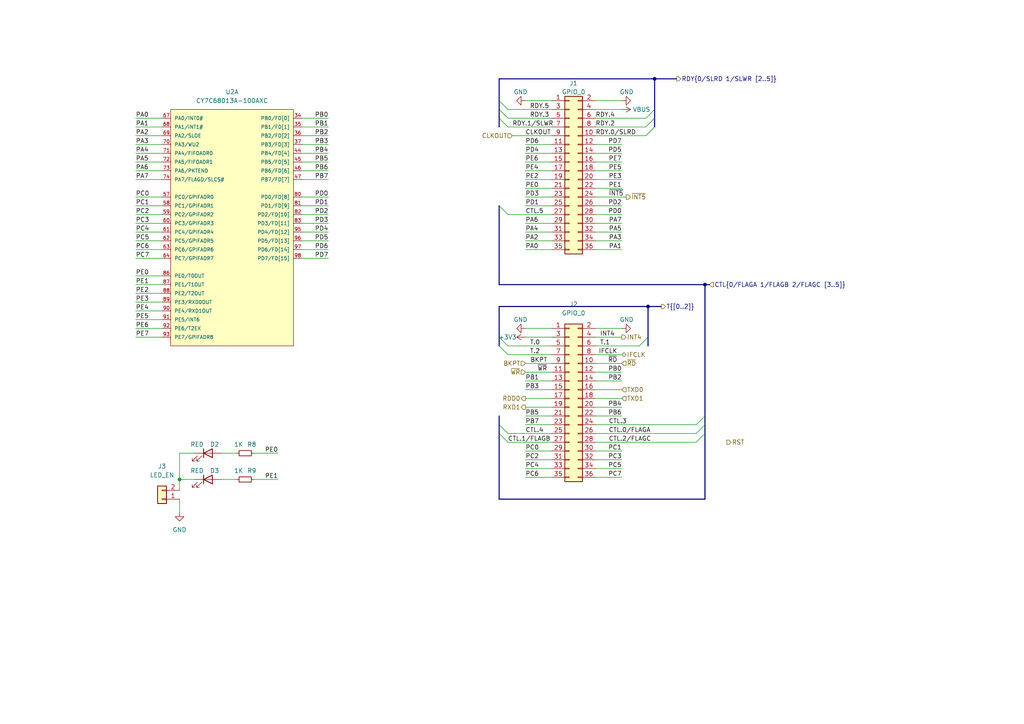
<source format=kicad_sch>
(kicad_sch (version 20211123) (generator eeschema)
  (paper "A4")
  (lib_symbols
    (symbol "CY7C68013A-100AXC:CY7C68013A-100AXC" (pin_names (offset 1.016))
      (property "Reference" "U" (at 0 5.08 0))
      (property "Value" "CY7C68013A-100AXC" (at 0 7.62 0))
      (symbol "CY7C68013A-100AXC_1_1"
        (rectangle (start 2.54 2.54) (end 38.1 -66.04) (fill (type background)))
        (pin bidirectional line (at 40.64 0 180) (length 2.54) (name "PB0/FD[0]") (number "34"))
        (pin bidirectional line (at 40.64 -2.54 180) (length 2.54) (name "PB1/FD[1]") (number "35"))
        (pin bidirectional line (at 40.64 -5.08 180) (length 2.54) (name "PB2/FD[2]") (number "36"))
        (pin bidirectional line (at 40.64 -7.62 180) (length 2.54) (name "PB3/FD[3]") (number "37"))
        (pin bidirectional line (at 40.64 -10.16 180) (length 2.54) (name "PB4/FD[4]") (number "44"))
        (pin bidirectional line (at 40.64 -12.7 180) (length 2.54) (name "PB5/FD[5]") (number "45"))
        (pin bidirectional line (at 40.64 -15.24 180) (length 2.54) (name "PB6/FD[6]") (number "46"))
        (pin bidirectional line (at 40.64 -17.78 180) (length 2.54) (name "PB7/FD[7]") (number "47"))
        (pin bidirectional line (at 0 -22.86 0) (length 2.54) (name "PC0/GPIFADR0") (number "57"))
        (pin bidirectional line (at 0 -25.4 0) (length 2.54) (name "PC1/GPIFADR1") (number "58"))
        (pin bidirectional line (at 0 -27.94 0) (length 2.54) (name "PC2/GPIFADR2") (number "59"))
        (pin bidirectional line (at 0 -30.48 0) (length 2.54) (name "PC3/GPIFADR3") (number "60"))
        (pin bidirectional line (at 0 -33.02 0) (length 2.54) (name "PC4/GPIFADR4") (number "61"))
        (pin bidirectional line (at 0 -35.56 0) (length 2.54) (name "PC5/GPIFADR5") (number "62"))
        (pin bidirectional line (at 0 -38.1 0) (length 2.54) (name "PC6/GPIFADR6") (number "63"))
        (pin bidirectional line (at 0 -40.64 0) (length 2.54) (name "PC7/GPIFADR7") (number "64"))
        (pin bidirectional line (at 0 0 0) (length 2.54) (name "PA0/INT0#") (number "67"))
        (pin bidirectional line (at 0 -2.54 0) (length 2.54) (name "PA1/INT1#") (number "68"))
        (pin bidirectional line (at 0 -5.08 0) (length 2.54) (name "PA2/SLOE") (number "69"))
        (pin bidirectional line (at 0 -7.62 0) (length 2.54) (name "PA3/WU2") (number "70"))
        (pin bidirectional line (at 0 -10.16 0) (length 2.54) (name "PA4/FIFOADR0") (number "71"))
        (pin bidirectional line (at 0 -12.7 0) (length 2.54) (name "PA5/FIFOADR1") (number "72"))
        (pin bidirectional line (at 0 -15.24 0) (length 2.54) (name "PA6/PKTEND") (number "73"))
        (pin bidirectional line (at 0 -17.78 0) (length 2.54) (name "PA7/FLAGD/SLCS#") (number "74"))
        (pin bidirectional line (at 40.64 -22.86 180) (length 2.54) (name "PD0/FD[8]") (number "80"))
        (pin bidirectional line (at 40.64 -25.4 180) (length 2.54) (name "PD1/FD[9]") (number "81"))
        (pin bidirectional line (at 40.64 -27.94 180) (length 2.54) (name "PD2/FD[10]") (number "82"))
        (pin bidirectional line (at 40.64 -30.48 180) (length 2.54) (name "PD3/FD[11]") (number "83"))
        (pin bidirectional line (at 0 -45.72 0) (length 2.54) (name "PE0/T0OUT") (number "86"))
        (pin bidirectional line (at 0 -48.26 0) (length 2.54) (name "PE1/T1OUT") (number "87"))
        (pin bidirectional line (at 0 -50.8 0) (length 2.54) (name "PE2/T2OUT") (number "88"))
        (pin bidirectional line (at 0 -53.34 0) (length 2.54) (name "PE3/RXD0OUT") (number "89"))
        (pin bidirectional line (at 0 -55.88 0) (length 2.54) (name "PE4/RXD1OUT") (number "90"))
        (pin bidirectional line (at 0 -58.42 0) (length 2.54) (name "PE5/INT6") (number "91"))
        (pin bidirectional line (at 0 -60.96 0) (length 2.54) (name "PE6/T2EX") (number "92"))
        (pin bidirectional line (at 0 -63.5 0) (length 2.54) (name "PE7/GPIFADR8") (number "93"))
        (pin bidirectional line (at 40.64 -33.02 180) (length 2.54) (name "PD4/FD[12]") (number "95"))
        (pin bidirectional line (at 40.64 -35.56 180) (length 2.54) (name "PD5/FD[13]") (number "96"))
        (pin bidirectional line (at 40.64 -38.1 180) (length 2.54) (name "PD6/FD[14]") (number "97"))
        (pin bidirectional line (at 40.64 -40.64 180) (length 2.54) (name "PD7/FD[15]") (number "98"))
      )
      (symbol "CY7C68013A-100AXC_2_1"
        (rectangle (start 2.54 2.54) (end 27.94 -71.12) (fill (type background)))
        (pin passive line (at 0 -12.7 0) (length 2.54) (name "XTALOUT") (number "10"))
        (pin unspecified line (at 0 -17.78 0) (length 2.54) (name "CLKOUT") (number "100"))
        (pin input clock (at 0 -7.62 0) (length 2.54) (name "XTALIN") (number "11"))
        (pin passive line (at 30.48 -45.72 180) (length 2.54) (name "NC") (number "13"))
        (pin passive line (at 30.48 -48.26 180) (length 2.54) (name "NC") (number "14"))
        (pin passive line (at 30.48 -50.8 180) (length 2.54) (name "NC") (number "15"))
        (pin bidirectional line (at 30.48 -2.54 180) (length 2.54) (name "DPLUS") (number "17"))
        (pin bidirectional line (at 30.48 0 180) (length 2.54) (name "DMINUS") (number "18"))
        (pin input line (at 30.48 -22.86 180) (length 2.54) (name "INT4") (number "22"))
        (pin input line (at 30.48 -30.48 180) (length 2.54) (name "T0") (number "23"))
        (pin input line (at 30.48 -33.02 180) (length 2.54) (name "T1") (number "24"))
        (pin input line (at 30.48 -35.56 180) (length 2.54) (name "T2") (number "25"))
        (pin bidirectional line (at 0 -22.86 0) (length 2.54) (name "IFCLK") (number "26"))
        (pin output line (at 30.48 -68.58 180) (length 2.54) (name "BKPT") (number "28"))
        (pin bidirectional clock (at 0 0 0) (length 2.54) (name "SCL") (number "29"))
        (pin input line (at 0 -38.1 0) (length 2.54) (name "RDY0/SLRD") (number "3"))
        (pin bidirectional line (at 0 -2.54 0) (length 2.54) (name "SDA") (number "30"))
        (pin output line (at 30.48 -60.96 180) (length 2.54) (name "RD#") (number "31"))
        (pin output line (at 30.48 -63.5 180) (length 2.54) (name "WR#") (number "32"))
        (pin input line (at 0 -40.64 0) (length 2.54) (name "RDY1/SLWR") (number "4"))
        (pin output line (at 30.48 -7.62 180) (length 2.54) (name "TXD0") (number "40"))
        (pin input line (at 30.48 -10.16 180) (length 2.54) (name "RXD0") (number "41"))
        (pin output line (at 30.48 -15.24 180) (length 2.54) (name "TXD1") (number "42"))
        (pin input line (at 30.48 -17.78 180) (length 2.54) (name "RXD1") (number "43"))
        (pin input line (at 0 -43.18 0) (length 2.54) (name "RDY2") (number "5"))
        (pin output line (at 0 -63.5 0) (length 2.54) (name "CTL3") (number "51"))
        (pin output line (at 0 -66.04 0) (length 2.54) (name "CTL4") (number "52"))
        (pin unspecified line (at 0 -55.88 0) (length 2.54) (name "CTL0/FLAGA") (number "54"))
        (pin unspecified line (at 0 -58.42 0) (length 2.54) (name "CTL1/FLAGB") (number "55"))
        (pin unspecified line (at 0 -60.96 0) (length 2.54) (name "CTL2/FLAGC") (number "56"))
        (pin input line (at 0 -45.72 0) (length 2.54) (name "RDY3") (number "6"))
        (pin input line (at 0 -48.26 0) (length 2.54) (name "RDY4") (number "7"))
        (pin output line (at 0 -68.58 0) (length 2.54) (name "CTL5") (number "76"))
        (pin input line (at 0 -33.02 0) (length 2.54) (name "RESET#") (number "77"))
        (pin input line (at 0 -27.94 0) (length 2.54) (name "WAKEUP") (number "79"))
        (pin input line (at 0 -50.8 0) (length 2.54) (name "RDY5") (number "8"))
        (pin input line (at 30.48 -25.4 180) (length 2.54) (name "INT5#") (number "84"))
      )
      (symbol "CY7C68013A-100AXC_3_1"
        (rectangle (start 2.54 2.54) (end 22.86 -30.48) (fill (type background)))
        (pin power_in line (at 0 -7.62 0) (length 2.54) (name "VCC") (number "1"))
        (pin power_in line (at 25.4 0 180) (length 2.54) (name "AGND") (number "12"))
        (pin power_in line (at 0 -2.54 0) (length 2.54) (name "AVCC") (number "16"))
        (pin power_in line (at 25.4 -2.54 180) (length 2.54) (name "AGND") (number "19"))
        (pin power_in line (at 25.4 -7.62 180) (length 2.54) (name "GND") (number "2"))
        (pin power_in line (at 0 -10.16 0) (length 2.54) (name "VCC") (number "20"))
        (pin power_in line (at 25.4 -10.16 180) (length 2.54) (name "GND") (number "21"))
        (pin power_in line (at 25.4 -5.08 180) (length 2.54) (name "RESERVED") (number "27"))
        (pin power_in line (at 0 -12.7 0) (length 2.54) (name "VCC") (number "33"))
        (pin power_in line (at 0 -15.24 0) (length 2.54) (name "VCC") (number "38"))
        (pin power_in line (at 25.4 -12.7 180) (length 2.54) (name "GND") (number "39"))
        (pin power_in line (at 25.4 -15.24 180) (length 2.54) (name "GND") (number "48"))
        (pin power_in line (at 0 -17.78 0) (length 2.54) (name "VCC") (number "49"))
        (pin power_in line (at 25.4 -17.78 180) (length 2.54) (name "GND") (number "50"))
        (pin power_in line (at 0 -20.32 0) (length 2.54) (name "VCC") (number "53"))
        (pin power_in line (at 25.4 -20.32 180) (length 2.54) (name "GND") (number "65"))
        (pin power_in line (at 0 -22.86 0) (length 2.54) (name "VCC") (number "66"))
        (pin power_in line (at 25.4 -22.86 180) (length 2.54) (name "GND") (number "75"))
        (pin power_in line (at 0 -25.4 0) (length 2.54) (name "VCC") (number "78"))
        (pin power_in line (at 0 -27.94 0) (length 2.54) (name "VCC") (number "85"))
        (pin power_in line (at 0 0 0) (length 2.54) (name "AVCC") (number "9"))
        (pin power_in line (at 25.4 -25.4 180) (length 2.54) (name "GND") (number "94"))
        (pin power_in line (at 25.4 -27.94 180) (length 2.54) (name "GND") (number "99"))
      )
    )
    (symbol "Connector_Generic:Conn_01x02" (pin_names (offset 1.016) hide)
      (property "Reference" "J" (at 0 2.54 0))
      (property "Value" "Conn_01x02" (at 0 -5.08 0))
      (symbol "Conn_01x02_1_1"
        (rectangle (start -1.27 -2.413) (end 0 -2.667) (stroke (width 0.1524)))
        (rectangle (start -1.27 0.127) (end 0 -0.127) (stroke (width 0.1524)))
        (rectangle (start -1.27 1.27) (end 1.27 -3.81) (stroke (width 0.254)) (fill (type background)))
        (pin passive line (at -5.08 0 0) (length 3.81) (name "Pin_1") (number "1"))
        (pin passive line (at -5.08 -2.54 0) (length 3.81) (name "Pin_2") (number "2"))
      )
    )
    (symbol "Connector_Generic:Conn_02x18_Odd_Even" (pin_names (offset 1.016) hide)
      (property "Reference" "J" (at 1.27 22.86 0))
      (property "Value" "Conn_02x18_Odd_Even" (at 1.27 -25.4 0))
      (symbol "Conn_02x18_Odd_Even_1_1"
        (rectangle (start -1.27 -22.733) (end 0 -22.987) (stroke (width 0.1524)))
        (rectangle (start -1.27 -20.193) (end 0 -20.447) (stroke (width 0.1524)))
        (rectangle (start -1.27 -17.653) (end 0 -17.907) (stroke (width 0.1524)))
        (rectangle (start -1.27 -15.113) (end 0 -15.367) (stroke (width 0.1524)))
        (rectangle (start -1.27 -12.573) (end 0 -12.827) (stroke (width 0.1524)))
        (rectangle (start -1.27 -10.033) (end 0 -10.287) (stroke (width 0.1524)))
        (rectangle (start -1.27 -7.493) (end 0 -7.747) (stroke (width 0.1524)))
        (rectangle (start -1.27 -4.953) (end 0 -5.207) (stroke (width 0.1524)))
        (rectangle (start -1.27 -2.413) (end 0 -2.667) (stroke (width 0.1524)))
        (rectangle (start -1.27 0.127) (end 0 -0.127) (stroke (width 0.1524)))
        (rectangle (start -1.27 2.667) (end 0 2.413) (stroke (width 0.1524)))
        (rectangle (start -1.27 5.207) (end 0 4.953) (stroke (width 0.1524)))
        (rectangle (start -1.27 7.747) (end 0 7.493) (stroke (width 0.1524)))
        (rectangle (start -1.27 10.287) (end 0 10.033) (stroke (width 0.1524)))
        (rectangle (start -1.27 12.827) (end 0 12.573) (stroke (width 0.1524)))
        (rectangle (start -1.27 15.367) (end 0 15.113) (stroke (width 0.1524)))
        (rectangle (start -1.27 17.907) (end 0 17.653) (stroke (width 0.1524)))
        (rectangle (start -1.27 20.447) (end 0 20.193) (stroke (width 0.1524)))
        (rectangle (start -1.27 21.59) (end 3.81 -24.13) (stroke (width 0.254)) (fill (type background)))
        (rectangle (start 3.81 -22.733) (end 2.54 -22.987) (stroke (width 0.1524)))
        (rectangle (start 3.81 -20.193) (end 2.54 -20.447) (stroke (width 0.1524)))
        (rectangle (start 3.81 -17.653) (end 2.54 -17.907) (stroke (width 0.1524)))
        (rectangle (start 3.81 -15.113) (end 2.54 -15.367) (stroke (width 0.1524)))
        (rectangle (start 3.81 -12.573) (end 2.54 -12.827) (stroke (width 0.1524)))
        (rectangle (start 3.81 -10.033) (end 2.54 -10.287) (stroke (width 0.1524)))
        (rectangle (start 3.81 -7.493) (end 2.54 -7.747) (stroke (width 0.1524)))
        (rectangle (start 3.81 -4.953) (end 2.54 -5.207) (stroke (width 0.1524)))
        (rectangle (start 3.81 -2.413) (end 2.54 -2.667) (stroke (width 0.1524)))
        (rectangle (start 3.81 0.127) (end 2.54 -0.127) (stroke (width 0.1524)))
        (rectangle (start 3.81 2.667) (end 2.54 2.413) (stroke (width 0.1524)))
        (rectangle (start 3.81 5.207) (end 2.54 4.953) (stroke (width 0.1524)))
        (rectangle (start 3.81 7.747) (end 2.54 7.493) (stroke (width 0.1524)))
        (rectangle (start 3.81 10.287) (end 2.54 10.033) (stroke (width 0.1524)))
        (rectangle (start 3.81 12.827) (end 2.54 12.573) (stroke (width 0.1524)))
        (rectangle (start 3.81 15.367) (end 2.54 15.113) (stroke (width 0.1524)))
        (rectangle (start 3.81 17.907) (end 2.54 17.653) (stroke (width 0.1524)))
        (rectangle (start 3.81 20.447) (end 2.54 20.193) (stroke (width 0.1524)))
        (pin passive line (at -5.08 20.32 0) (length 3.81) (name "Pin_1") (number "1"))
        (pin passive line (at 7.62 10.16 180) (length 3.81) (name "Pin_10") (number "10"))
        (pin passive line (at -5.08 7.62 0) (length 3.81) (name "Pin_11") (number "11"))
        (pin passive line (at 7.62 7.62 180) (length 3.81) (name "Pin_12") (number "12"))
        (pin passive line (at -5.08 5.08 0) (length 3.81) (name "Pin_13") (number "13"))
        (pin passive line (at 7.62 5.08 180) (length 3.81) (name "Pin_14") (number "14"))
        (pin passive line (at -5.08 2.54 0) (length 3.81) (name "Pin_15") (number "15"))
        (pin passive line (at 7.62 2.54 180) (length 3.81) (name "Pin_16") (number "16"))
        (pin passive line (at -5.08 0 0) (length 3.81) (name "Pin_17") (number "17"))
        (pin passive line (at 7.62 0 180) (length 3.81) (name "Pin_18") (number "18"))
        (pin passive line (at -5.08 -2.54 0) (length 3.81) (name "Pin_19") (number "19"))
        (pin passive line (at 7.62 20.32 180) (length 3.81) (name "Pin_2") (number "2"))
        (pin passive line (at 7.62 -2.54 180) (length 3.81) (name "Pin_20") (number "20"))
        (pin passive line (at -5.08 -5.08 0) (length 3.81) (name "Pin_21") (number "21"))
        (pin passive line (at 7.62 -5.08 180) (length 3.81) (name "Pin_22") (number "22"))
        (pin passive line (at -5.08 -7.62 0) (length 3.81) (name "Pin_23") (number "23"))
        (pin passive line (at 7.62 -7.62 180) (length 3.81) (name "Pin_24") (number "24"))
        (pin passive line (at -5.08 -10.16 0) (length 3.81) (name "Pin_25") (number "25"))
        (pin passive line (at 7.62 -10.16 180) (length 3.81) (name "Pin_26") (number "26"))
        (pin passive line (at -5.08 -12.7 0) (length 3.81) (name "Pin_27") (number "27"))
        (pin passive line (at 7.62 -12.7 180) (length 3.81) (name "Pin_28") (number "28"))
        (pin passive line (at -5.08 -15.24 0) (length 3.81) (name "Pin_29") (number "29"))
        (pin passive line (at -5.08 17.78 0) (length 3.81) (name "Pin_3") (number "3"))
        (pin passive line (at 7.62 -15.24 180) (length 3.81) (name "Pin_30") (number "30"))
        (pin passive line (at -5.08 -17.78 0) (length 3.81) (name "Pin_31") (number "31"))
        (pin passive line (at 7.62 -17.78 180) (length 3.81) (name "Pin_32") (number "32"))
        (pin passive line (at -5.08 -20.32 0) (length 3.81) (name "Pin_33") (number "33"))
        (pin passive line (at 7.62 -20.32 180) (length 3.81) (name "Pin_34") (number "34"))
        (pin passive line (at -5.08 -22.86 0) (length 3.81) (name "Pin_35") (number "35"))
        (pin passive line (at 7.62 -22.86 180) (length 3.81) (name "Pin_36") (number "36"))
        (pin passive line (at 7.62 17.78 180) (length 3.81) (name "Pin_4") (number "4"))
        (pin passive line (at -5.08 15.24 0) (length 3.81) (name "Pin_5") (number "5"))
        (pin passive line (at 7.62 15.24 180) (length 3.81) (name "Pin_6") (number "6"))
        (pin passive line (at -5.08 12.7 0) (length 3.81) (name "Pin_7") (number "7"))
        (pin passive line (at 7.62 12.7 180) (length 3.81) (name "Pin_8") (number "8"))
        (pin passive line (at -5.08 10.16 0) (length 3.81) (name "Pin_9") (number "9"))
      )
    )
    (symbol "Device:LED" (pin_numbers hide) (pin_names (offset 1.016) hide)
      (property "Reference" "D" (at 0 2.54 0))
      (property "Value" "LED" (at 0 -2.54 0))
      (symbol "LED_0_1"
        (polyline (pts (xy -1.27 -1.27) (xy -1.27 1.27)) (stroke (width 0.254)))
        (polyline (pts (xy -1.27 0) (xy 1.27 0)))
        (polyline (pts (xy 1.27 -1.27) (xy 1.27 1.27) (xy -1.27 0) (xy 1.27 -1.27)) (stroke (width 0.254)))
        (polyline (pts (xy -3.048 -0.762) (xy -4.572 -2.286) (xy -3.81 -2.286) (xy -4.572 -2.286) (xy -4.572 -1.524)))
        (polyline (pts (xy -1.778 -0.762) (xy -3.302 -2.286) (xy -2.54 -2.286) (xy -3.302 -2.286) (xy -3.302 -1.524)))
      )
      (symbol "LED_1_1"
        (pin passive line (at -3.81 0 0) (length 2.54) (name "K") (number "1"))
        (pin passive line (at 3.81 0 180) (length 2.54) (name "A") (number "2"))
      )
    )
    (symbol "Device:R_Small" (pin_numbers hide) (pin_names (offset 0.254) hide)
      (property "Reference" "R" (at 0.762 0.508 0))
      (property "Value" "R_Small" (at 0.762 -1.016 0))
      (symbol "R_Small_0_1"
        (rectangle (start -0.762 1.778) (end 0.762 -1.778) (stroke (width 0.2032)))
      )
      (symbol "R_Small_1_1"
        (pin passive line (at 0 2.54 270) (length 0.762) (name "~") (number "1"))
        (pin passive line (at 0 -2.54 90) (length 0.762) (name "~") (number "2"))
      )
    )
    (symbol "power:+3V3" (power) (pin_names (offset 0))
      (property "Value" "+3V3" (at 0 3.556 0))
      (symbol "+3V3_0_1"
        (polyline (pts (xy -0.762 1.27) (xy 0 2.54)))
        (polyline (pts (xy 0 0) (xy 0 2.54)))
        (polyline (pts (xy 0 2.54) (xy 0.762 1.27)))
      )
      (symbol "+3V3_1_1"
        (pin power_in line (at 0 0 90) (length 0) hide (name "+3V3") (number "1"))
      )
    )
    (symbol "power:GND" (power) (pin_names (offset 0))
      (property "Value" "GND" (at 0 -3.81 0))
      (symbol "GND_0_1"
        (polyline (pts (xy 0 0) (xy 0 -1.27) (xy 1.27 -1.27) (xy 0 -2.54) (xy -1.27 -1.27) (xy 0 -1.27)))
      )
      (symbol "GND_1_1"
        (pin power_in line (at 0 0 270) (length 0) hide (name "GND") (number "1"))
      )
    )
    (symbol "power:VBUS" (power) (pin_names (offset 0))
      (property "Value" "VBUS" (at 0 3.81 0))
      (symbol "VBUS_0_1"
        (polyline (pts (xy -0.762 1.27) (xy 0 2.54)))
        (polyline (pts (xy 0 0) (xy 0 2.54)))
        (polyline (pts (xy 0 2.54) (xy 0.762 1.27)))
      )
      (symbol "VBUS_1_1"
        (pin power_in line (at 0 0 90) (length 0) hide (name "VBUS") (number "1"))
      )
    )
  )
  (junction (at 204.47 82.55))
  (junction (at 189.865 22.86))
  (junction (at 187.96 88.9))
  (junction (at 52.07 139.065))
  (bus_entry (at 144.78 59.69) (size 2.54 2.54))
  (bus_entry (at 144.78 29.21) (size 2.54 2.54))
  (bus_entry (at 144.78 34.29) (size 2.54 2.54))
  (bus_entry (at 144.78 31.75) (size 2.54 2.54))
  (bus_entry (at 189.865 34.29) (size -2.54 2.54))
  (bus_entry (at 189.865 36.83) (size -2.54 2.54))
  (bus_entry (at 144.78 100.33) (size 2.54 2.54))
  (bus_entry (at 204.47 125.73) (size -2.54 2.54))
  (bus_entry (at 144.78 125.73) (size 2.54 2.54))
  (bus_entry (at 144.78 97.79) (size 2.54 2.54))
  (bus_entry (at 144.78 123.19) (size 2.54 2.54))
  (bus_entry (at 189.865 31.75) (size -2.54 2.54))
  (bus_entry (at 187.96 97.79) (size -2.54 2.54))
  (bus_entry (at 204.47 120.65) (size -2.54 2.54))
  (bus_entry (at 204.47 123.19) (size -2.54 2.54))
  (wire (pts (xy 172.72 100.33) (xy 185.42 100.33)))
  (bus (pts (xy 189.865 22.86) (xy 189.865 31.75)))
  (wire (pts (xy 39.37 74.93) (xy 46.99 74.93)))
  (wire (pts (xy 147.32 102.87) (xy 160.02 102.87)))
  (wire (pts (xy 39.37 39.37) (xy 46.99 39.37)))
  (wire (pts (xy 148.59 39.37) (xy 160.02 39.37)))
  (wire (pts (xy 39.37 34.29) (xy 46.99 34.29)))
  (wire (pts (xy 152.4 52.07) (xy 160.02 52.07)))
  (bus (pts (xy 204.47 125.73) (xy 204.47 144.78)))
  (wire (pts (xy 172.72 113.03) (xy 180.34 113.03)))
  (wire (pts (xy 87.63 57.15) (xy 95.25 57.15)))
  (wire (pts (xy 172.72 125.73) (xy 201.93 125.73)))
  (bus (pts (xy 144.78 31.75) (xy 144.78 29.21)))
  (wire (pts (xy 147.32 100.33) (xy 160.02 100.33)))
  (bus (pts (xy 187.96 88.9) (xy 144.78 88.9)))
  (wire (pts (xy 39.37 49.53) (xy 46.99 49.53)))
  (wire (pts (xy 39.37 82.55) (xy 46.99 82.55)))
  (wire (pts (xy 87.63 49.53) (xy 95.25 49.53)))
  (wire (pts (xy 180.34 49.53) (xy 172.72 49.53)))
  (wire (pts (xy 172.72 107.95) (xy 180.34 107.95)))
  (wire (pts (xy 87.63 67.31) (xy 95.25 67.31)))
  (wire (pts (xy 152.4 54.61) (xy 160.02 54.61)))
  (bus (pts (xy 144.78 125.73) (xy 144.78 144.78)))
  (bus (pts (xy 187.96 88.9) (xy 187.96 97.79)))
  (wire (pts (xy 87.63 74.93) (xy 95.25 74.93)))
  (wire (pts (xy 152.4 67.31) (xy 160.02 67.31)))
  (bus (pts (xy 204.47 82.55) (xy 204.47 120.65)))
  (wire (pts (xy 87.63 36.83) (xy 95.25 36.83)))
  (wire (pts (xy 180.34 69.85) (xy 172.72 69.85)))
  (wire (pts (xy 39.37 67.31) (xy 46.99 67.31)))
  (wire (pts (xy 73.66 131.445) (xy 80.645 131.445)))
  (wire (pts (xy 160.02 110.49) (xy 152.4 110.49)))
  (wire (pts (xy 39.37 92.71) (xy 46.99 92.71)))
  (wire (pts (xy 87.63 39.37) (xy 95.25 39.37)))
  (wire (pts (xy 172.72 102.87) (xy 180.34 102.87)))
  (wire (pts (xy 180.34 46.99) (xy 172.72 46.99)))
  (wire (pts (xy 39.37 52.07) (xy 46.99 52.07)))
  (wire (pts (xy 39.37 80.01) (xy 46.99 80.01)))
  (wire (pts (xy 172.72 120.65) (xy 180.34 120.65)))
  (wire (pts (xy 180.34 105.41) (xy 172.72 105.41)))
  (wire (pts (xy 152.4 138.43) (xy 160.02 138.43)))
  (wire (pts (xy 180.34 133.35) (xy 172.72 133.35)))
  (wire (pts (xy 87.63 69.85) (xy 95.25 69.85)))
  (bus (pts (xy 144.78 59.69) (xy 144.78 82.55)))
  (wire (pts (xy 39.37 36.83) (xy 46.99 36.83)))
  (wire (pts (xy 180.34 67.31) (xy 172.72 67.31)))
  (wire (pts (xy 152.4 72.39) (xy 160.02 72.39)))
  (wire (pts (xy 180.34 72.39) (xy 172.72 72.39)))
  (wire (pts (xy 147.32 36.83) (xy 160.02 36.83)))
  (wire (pts (xy 160.02 123.19) (xy 152.4 123.19)))
  (wire (pts (xy 180.34 138.43) (xy 172.72 138.43)))
  (wire (pts (xy 152.4 118.11) (xy 160.02 118.11)))
  (bus (pts (xy 144.78 88.9) (xy 144.78 97.79)))
  (wire (pts (xy 172.72 62.23) (xy 180.34 62.23)))
  (wire (pts (xy 39.37 90.17) (xy 46.99 90.17)))
  (wire (pts (xy 172.72 128.27) (xy 201.93 128.27)))
  (bus (pts (xy 204.47 144.78) (xy 144.78 144.78)))
  (bus (pts (xy 144.78 34.29) (xy 144.78 31.75)))
  (wire (pts (xy 172.72 41.91) (xy 180.34 41.91)))
  (bus (pts (xy 144.78 97.79) (xy 144.78 100.33)))
  (bus (pts (xy 144.78 120.65) (xy 144.78 123.19)))
  (wire (pts (xy 172.72 123.19) (xy 201.93 123.19)))
  (wire (pts (xy 160.02 57.15) (xy 152.4 57.15)))
  (wire (pts (xy 152.4 97.79) (xy 160.02 97.79)))
  (bus (pts (xy 144.78 22.86) (xy 189.865 22.86)))
  (wire (pts (xy 180.34 95.25) (xy 172.72 95.25)))
  (wire (pts (xy 160.02 107.95) (xy 152.4 107.95)))
  (bus (pts (xy 204.47 120.65) (xy 204.47 123.19)))
  (wire (pts (xy 172.72 57.15) (xy 181.61 57.15)))
  (wire (pts (xy 52.07 139.065) (xy 52.07 142.24)))
  (wire (pts (xy 39.37 97.79) (xy 46.99 97.79)))
  (wire (pts (xy 39.37 59.69) (xy 46.99 59.69)))
  (wire (pts (xy 152.4 64.77) (xy 160.02 64.77)))
  (wire (pts (xy 52.07 144.78) (xy 52.07 148.59)))
  (wire (pts (xy 152.4 95.25) (xy 160.02 95.25)))
  (wire (pts (xy 180.34 130.81) (xy 172.72 130.81)))
  (wire (pts (xy 39.37 69.85) (xy 46.99 69.85)))
  (wire (pts (xy 172.72 31.75) (xy 180.34 31.75)))
  (bus (pts (xy 187.96 97.79) (xy 187.96 100.33)))
  (wire (pts (xy 160.02 120.65) (xy 152.4 120.65)))
  (bus (pts (xy 191.77 88.9) (xy 187.96 88.9)))
  (wire (pts (xy 172.72 29.21) (xy 180.34 29.21)))
  (wire (pts (xy 87.63 62.23) (xy 95.25 62.23)))
  (wire (pts (xy 39.37 44.45) (xy 46.99 44.45)))
  (wire (pts (xy 172.72 110.49) (xy 180.34 110.49)))
  (wire (pts (xy 152.4 130.81) (xy 160.02 130.81)))
  (wire (pts (xy 152.4 46.99) (xy 160.02 46.99)))
  (wire (pts (xy 64.135 139.065) (xy 68.58 139.065)))
  (wire (pts (xy 64.135 131.445) (xy 68.58 131.445)))
  (bus (pts (xy 189.865 22.86) (xy 196.215 22.86)))
  (wire (pts (xy 160.02 41.91) (xy 152.4 41.91)))
  (wire (pts (xy 180.34 54.61) (xy 172.72 54.61)))
  (wire (pts (xy 180.34 52.07) (xy 172.72 52.07)))
  (wire (pts (xy 39.37 57.15) (xy 46.99 57.15)))
  (bus (pts (xy 189.865 31.75) (xy 189.865 34.29)))
  (wire (pts (xy 180.34 64.77) (xy 172.72 64.77)))
  (wire (pts (xy 39.37 87.63) (xy 46.99 87.63)))
  (wire (pts (xy 160.02 59.69) (xy 152.4 59.69)))
  (wire (pts (xy 52.07 131.445) (xy 56.515 131.445)))
  (wire (pts (xy 160.02 44.45) (xy 152.4 44.45)))
  (bus (pts (xy 144.78 29.21) (xy 144.78 22.86)))
  (wire (pts (xy 39.37 72.39) (xy 46.99 72.39)))
  (wire (pts (xy 172.72 36.83) (xy 187.325 36.83)))
  (wire (pts (xy 87.63 34.29) (xy 95.25 34.29)))
  (wire (pts (xy 87.63 59.69) (xy 95.25 59.69)))
  (wire (pts (xy 160.02 113.03) (xy 152.4 113.03)))
  (wire (pts (xy 147.32 31.75) (xy 160.02 31.75)))
  (bus (pts (xy 204.47 82.55) (xy 144.78 82.55)))
  (wire (pts (xy 39.37 95.25) (xy 46.99 95.25)))
  (wire (pts (xy 39.37 41.91) (xy 46.99 41.91)))
  (wire (pts (xy 147.32 128.27) (xy 160.02 128.27)))
  (bus (pts (xy 189.865 34.29) (xy 189.865 36.83)))
  (wire (pts (xy 152.4 133.35) (xy 160.02 133.35)))
  (wire (pts (xy 152.4 115.57) (xy 160.02 115.57)))
  (wire (pts (xy 172.72 115.57) (xy 180.34 115.57)))
  (wire (pts (xy 73.66 139.065) (xy 80.645 139.065)))
  (wire (pts (xy 87.63 46.99) (xy 95.25 46.99)))
  (wire (pts (xy 39.37 85.09) (xy 46.99 85.09)))
  (wire (pts (xy 39.37 46.99) (xy 46.99 46.99)))
  (wire (pts (xy 160.02 105.41) (xy 152.4 105.41)))
  (wire (pts (xy 152.4 69.85) (xy 160.02 69.85)))
  (wire (pts (xy 152.4 135.89) (xy 160.02 135.89)))
  (bus (pts (xy 144.78 123.19) (xy 144.78 125.73)))
  (wire (pts (xy 172.72 97.79) (xy 180.34 97.79)))
  (wire (pts (xy 52.07 131.445) (xy 52.07 139.065)))
  (wire (pts (xy 172.72 59.69) (xy 180.34 59.69)))
  (wire (pts (xy 87.63 52.07) (xy 95.25 52.07)))
  (wire (pts (xy 87.63 44.45) (xy 95.25 44.45)))
  (wire (pts (xy 87.63 41.91) (xy 95.25 41.91)))
  (wire (pts (xy 172.72 44.45) (xy 180.34 44.45)))
  (wire (pts (xy 147.32 125.73) (xy 160.02 125.73)))
  (wire (pts (xy 39.37 64.77) (xy 46.99 64.77)))
  (wire (pts (xy 172.72 118.11) (xy 180.34 118.11)))
  (wire (pts (xy 39.37 62.23) (xy 46.99 62.23)))
  (wire (pts (xy 172.72 39.37) (xy 187.325 39.37)))
  (wire (pts (xy 147.32 34.29) (xy 160.02 34.29)))
  (wire (pts (xy 147.32 62.23) (xy 160.02 62.23)))
  (wire (pts (xy 152.4 49.53) (xy 160.02 49.53)))
  (wire (pts (xy 160.02 29.21) (xy 152.4 29.21)))
  (wire (pts (xy 87.63 64.77) (xy 95.25 64.77)))
  (wire (pts (xy 52.07 139.065) (xy 56.515 139.065)))
  (bus (pts (xy 144.78 36.83) (xy 144.78 34.29)))
  (wire (pts (xy 87.63 72.39) (xy 95.25 72.39)))
  (wire (pts (xy 180.34 135.89) (xy 172.72 135.89)))
  (bus (pts (xy 204.47 123.19) (xy 204.47 125.73)))
  (bus (pts (xy 205.74 82.55) (xy 204.47 82.55)))
  (wire (pts (xy 172.72 34.29) (xy 187.325 34.29)))
  (label "PC7" (at 180.34 138.43 180))
  (label "PE4" (at 39.37 90.17 0))
  (label "PB3" (at 95.25 41.91 180))
  (label "PC6" (at 39.37 72.39 0))
  (label "PE0" (at 152.4 54.61 0))
  (label "PC5" (at 39.37 69.85 0))
  (label "~{RD}" (at 179.07 105.41 180))
  (label "PB5" (at 95.25 46.99 180))
  (label "PD5" (at 95.25 69.85 180))
  (label "PC4" (at 152.4 135.89 0))
  (label "CTL.4" (at 152.4 125.73 0))
  (label "RDY.1{slash}SLWR" (at 148.59 36.83 0))
  (label "PD0" (at 95.25 57.15 180))
  (label "RDY.5" (at 153.67 31.75 0))
  (label "PC2" (at 39.37 62.23 0))
  (label "PA1" (at 39.37 36.83 0))
  (label "PE0" (at 39.37 80.01 0))
  (label "PE0" (at 80.645 131.445 180))
  (label "PD7" (at 180.34 41.91 180))
  (label "PB1" (at 95.25 36.83 180))
  (label "CTL.1{slash}FLAGB" (at 147.32 128.27 0))
  (label "PD1" (at 95.25 59.69 180))
  (label "PA0" (at 39.37 34.29 0))
  (label "PB5" (at 152.4 120.65 0))
  (label "PB7" (at 152.4 123.19 0))
  (label "PC1" (at 39.37 59.69 0))
  (label "PA5" (at 180.34 67.31 180))
  (label "PE6" (at 39.37 95.25 0))
  (label "PC0" (at 39.37 57.15 0))
  (label "PB4" (at 95.25 44.45 180))
  (label "CTL.5" (at 152.4 62.23 0))
  (label "RDY.4" (at 172.72 34.29 0))
  (label "PC3" (at 39.37 64.77 0))
  (label "PA5" (at 39.37 46.99 0))
  (label "PA0" (at 152.4 72.39 0))
  (label "PB4" (at 180.34 118.11 180))
  (label "PD6" (at 95.25 72.39 180))
  (label "BKPT" (at 158.75 105.41 180))
  (label "PA4" (at 152.4 67.31 0))
  (label "PC5" (at 180.34 135.89 180))
  (label "PC2" (at 152.4 133.35 0))
  (label "PE1" (at 80.645 139.065 180))
  (label "PD5" (at 180.34 44.45 180))
  (label "PA6" (at 152.4 64.77 0))
  (label "PD4" (at 152.4 44.45 0))
  (label "PC7" (at 39.37 74.93 0))
  (label "CTL.2{slash}FLAGC" (at 176.53 128.27 0))
  (label "PE1" (at 39.37 82.55 0))
  (label "PC0" (at 152.4 130.81 0))
  (label "RDY.3" (at 153.67 34.29 0))
  (label "PD6" (at 152.4 41.91 0))
  (label "PE3" (at 39.37 87.63 0))
  (label "PA1" (at 180.34 72.39 180))
  (label "PD3" (at 95.25 64.77 180))
  (label "PA3" (at 39.37 41.91 0))
  (label "PE7" (at 39.37 97.79 0))
  (label "RDY.2" (at 172.72 36.83 0))
  (label "PA3" (at 180.34 69.85 180))
  (label "PC4" (at 39.37 67.31 0))
  (label "PD3" (at 152.4 57.15 0))
  (label "PE2" (at 39.37 85.09 0))
  (label "PD7" (at 95.25 74.93 180))
  (label "PA2" (at 39.37 39.37 0))
  (label "PB7" (at 95.25 52.07 180))
  (label "PB0" (at 95.25 34.29 180))
  (label "PE5" (at 180.34 49.53 180))
  (label "CTL.0{slash}FLAGA" (at 176.53 125.73 0))
  (label "PE2" (at 152.4 52.07 0))
  (label "PB1" (at 152.4 110.49 0))
  (label "PE5" (at 39.37 92.71 0))
  (label "PA7" (at 180.34 64.77 180))
  (label "PB2" (at 95.25 39.37 180))
  (label "PC6" (at 152.4 138.43 0))
  (label "PC3" (at 180.34 133.35 180))
  (label "PA4" (at 39.37 44.45 0))
  (label "CTL.3" (at 176.53 123.19 0))
  (label "PD1" (at 152.4 59.69 0))
  (label "RDY.0{slash}SLRD" (at 172.72 39.37 0))
  (label "PE1" (at 180.34 54.61 180))
  (label "~{INT5}" (at 176.53 57.15 0))
  (label "PE6" (at 152.4 46.99 0))
  (label "PE4" (at 152.4 49.53 0))
  (label "PC1" (at 180.34 130.81 180))
  (label "PA2" (at 152.4 69.85 0))
  (label "PD0" (at 180.34 62.23 180))
  (label "PD2" (at 180.34 59.69 180))
  (label "T.2" (at 153.67 102.87 0))
  (label "PD2" (at 95.25 62.23 180))
  (label "PB0" (at 180.34 107.95 180))
  (label "PA7" (at 39.37 52.07 0))
  (label "PD4" (at 95.25 67.31 180))
  (label "PB6" (at 95.25 49.53 180))
  (label "T.0" (at 153.67 100.33 0))
  (label "PB3" (at 152.4 113.03 0))
  (label "PA6" (at 39.37 49.53 0))
  (label "~{WR}" (at 158.75 107.95 180))
  (label "PE7" (at 180.34 46.99 180))
  (label "CLKOUT" (at 152.4 39.37 0))
  (label "T.1" (at 173.99 100.33 0))
  (label "IFCLK" (at 179.07 102.87 180))
  (label "PB6" (at 180.34 120.65 180))
  (label "INT4" (at 173.99 97.79 0))
  (label "PB2" (at 180.34 110.49 180))
  (label "PE3" (at 180.34 52.07 180))
  (hierarchical_label "~{RD}" (shape input) (at 180.34 105.41 0))
  (hierarchical_label "T{[0..2]}" (shape output) (at 191.77 88.9 0))
  (hierarchical_label "RXD1" (shape output) (at 152.4 118.11 180))
  (hierarchical_label "INT4" (shape output) (at 180.34 97.79 0))
  (hierarchical_label "TXD0" (shape input) (at 180.34 113.03 0))
  (hierarchical_label "TXD1" (shape input) (at 180.34 115.57 0))
  (hierarchical_label "~{WR}" (shape input) (at 152.4 107.95 180))
  (hierarchical_label "CTL{0{slash}FLAGA 1{slash}FLAGB 2{slash}FLAGC [3..5]}" (shape input) (at 205.74 82.55 0))
  (hierarchical_label "~{INT5}" (shape output) (at 181.61 57.15 0))
  (hierarchical_label "RST" (shape output) (at 210.82 128.27 0))
  (hierarchical_label "IFCLK" (shape bidirectional) (at 180.34 102.87 0))
  (hierarchical_label "CLKOUT" (shape input) (at 148.59 39.37 180))
  (hierarchical_label "RDY{0{slash}SLRD 1{slash}SLWR [2..5]}" (shape output) (at 196.215 22.86 0))
  (hierarchical_label "RDD0" (shape output) (at 152.4 115.57 180))
  (hierarchical_label "BKPT" (shape input) (at 152.4 105.41 180))
  (symbol (lib_id "power:GND") (at 52.07 148.59 0) (unit 1)
    (property "Reference" "#PWR018" (effects hide))
    (property "Value" "GND" (at 52.07 153.67 0))
  )
  (symbol (lib_id "Connector_Generic:Conn_02x18_Odd_Even") (at 165.1 49.53 0) (unit 1) (in_bom no)
    (property "Reference" "J1" (at 166.37 24.13 0))
    (property "Value" "GPIO_0" (at 166.37 26.67 0))
    (property "Footprint" "Connector_PinHeader_2.54mm:PinHeader_2x18_P2.54mm_Vertical" (effects hide))
  )
  (symbol (lib_id "power:GND") (at 180.34 29.21 90) (mirror x) (unit 1)
    (property "Reference" "#PWR017" (effects hide))
    (property "Value" "GND" (at 179.705 26.67 90) (effects (justify right)))
  )
  (symbol (lib_id "power:GND") (at 152.4 29.21 270) (unit 1)
    (property "Reference" "#PWR0102" (effects hide))
    (property "Value" "GND" (at 153.035 26.67 90) (effects (justify right)))
  )
  (symbol (lib_id "Connector_Generic:Conn_02x18_Odd_Even") (at 165.1 115.57 0) (unit 1) (in_bom no)
    (property "Reference" "J2" (at 166.37 88.265 0))
    (property "Value" "GPIO_0" (at 166.37 90.805 0))
    (property "Footprint" "Connector_PinHeader_2.54mm:PinHeader_2x18_P2.54mm_Vertical" (effects hide))
  )
  (symbol (lib_id "Device:R_Small") (at 71.12 131.445 90) (unit 1)
    (property "Reference" "R8" (at 73.025 128.905 90))
    (property "Value" "1K" (at 69.215 128.905 90))
    (property "Footprint" "Resistor_SMD:R_0402_1005Metric" (effects hide))
    (property "LCSC Part Number" "C11702" (effects hide))
  )
  (symbol (lib_id "CY7C68013A-100AXC:CY7C68013A-100AXC") (at 46.99 34.29 0) (unit 1)
    (property "Reference" "U2" (at 67.31 26.67 0))
    (property "Value" "CY7C68013A-100AXC" (at 67.31 29.21 0))
    (property "Footprint" "Package_QFP:PQFP-100_14x20mm_P0.65mm" (effects hide))
    (property "Datasheet" "http://www.cypress.com/?docID=45142" (effects hide))
    (property "CPU Core" "Enhanced 8051" (effects hide))
    (property "Code  JEDEC" "MS-026" (effects hide))
    (property "Component Link 1 Description" "Manufacturer URL" (effects hide))
    (property "Component Link 1 URL" "http://www.cypress.com/" (effects hide))
    (property "Component Link 3 Description" "Package Specification" (effects hide))
    (property "Component Link 3 URL" "http://www.cypress.com/?docID=48215" (effects hide))
    (property "Datasheet Version" "Rev. *W" (effects hide))
    (property "Max Operating Temp degreesC" "70" (effects hide))
    (property "Max Operating Voltage V" "3.6" (effects hide))
    (property "Memory Architecture" "RAM" (effects hide))
    (property "Memory Size KB" "16" (effects hide))
    (property "Min Operating Temp degreesC" "0" (effects hide))
    (property "Min Operating Voltage V" "3" (effects hide))
    (property "Mounting Technology" "Surface Mount" (effects hide))
    (property "No of IOs" "40" (effects hide))
    (property "Package Description" "100-Pin Thin Quad Flat Pack, Body 14 x 20 mm, Pitch 0.65 mm" (effects hide))
    (property "Package Version" "Rev. *E" (effects hide))
    (property "Packing" "Tray" (effects hide))
    (property "category" "IC" (effects hide))
    (property "ciiva ids" "979216" (effects hide))
    (property "library id" "0b5781e0a998e3e3" (effects hide))
    (property "manufacturer" "Cypress" (effects hide))
    (property "package" "AX100RA" (effects hide))
    (property "release date" "1401362516" (effects hide))
    (property "rohs" "No" (effects hide))
    (property "vault revision" "8A6512F3-36F9-4F04-8910-A45EA55B9D84" (effects hide))
    (property "imported" "yes" (effects hide))
    (property "LCSC Part Number" "C9926" (effects hide))
  )
  (symbol (lib_id "Connector_Generic:Conn_01x02") (at 46.99 144.78 180) (unit 1) (in_bom no)
    (property "Reference" "J3" (at 46.99 135.255 0))
    (property "Value" "LED_EN" (at 46.99 137.795 0))
    (property "Footprint" "Connector_PinHeader_2.54mm:PinHeader_1x02_P2.54mm_Vertical" (effects hide))
  )
  (symbol (lib_id "power:GND") (at 152.4 95.25 270) (unit 1)
    (property "Reference" "#PWR016" (effects hide))
    (property "Value" "GND" (at 153.035 92.71 90) (effects (justify right)))
  )
  (symbol (lib_id "Device:R_Small") (at 71.12 139.065 90) (unit 1)
    (property "Reference" "R9" (at 73.025 136.525 90))
    (property "Value" "1K" (at 69.215 136.525 90))
    (property "Footprint" "Resistor_SMD:R_0402_1005Metric" (effects hide))
    (property "LCSC Part Number" "C11702" (effects hide))
  )
  (symbol (lib_id "power:GND") (at 180.34 95.25 90) (mirror x) (unit 1)
    (property "Reference" "#PWR0103" (effects hide))
    (property "Value" "GND" (at 179.705 92.71 90) (effects (justify right)))
  )
  (symbol (lib_id "Device:LED") (at 60.325 131.445 0) (unit 1)
    (property "Reference" "D2" (at 62.23 128.905 0))
    (property "Value" "RED" (at 57.15 128.905 0))
    (property "Footprint" "LED_SMD:LED_0805_2012Metric" (effects hide))
    (property "LCSC Part Number" "C84256" (effects hide))
  )
  (symbol (lib_id "power:VBUS") (at 180.34 31.75 270) (unit 1)
    (property "Reference" "#PWR0105" (effects hide))
    (property "Value" "VBUS" (at 183.515 31.75 90) (effects (justify left)))
  )
  (symbol (lib_id "Device:LED") (at 60.325 139.065 0) (unit 1)
    (property "Reference" "D3" (at 62.23 136.525 0))
    (property "Value" "RED" (at 57.15 136.525 0))
    (property "Footprint" "LED_SMD:LED_0805_2012Metric" (effects hide))
    (property "LCSC Part Number" "C84256" (effects hide))
  )
  (symbol (lib_id "power:+3V3") (at 152.4 97.79 90) (unit 1)
    (property "Reference" "#PWR0104" (effects hide))
    (property "Value" "+3V3" (at 149.86 97.79 90) (effects (justify left)))
  )
)
</source>
